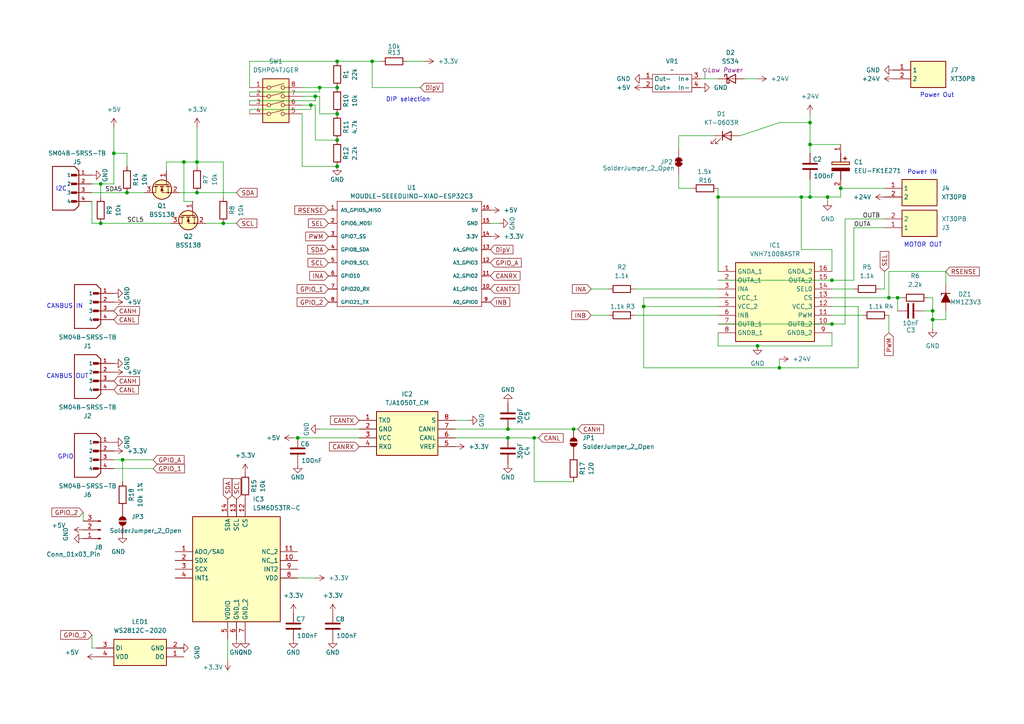
<source format=kicad_sch>
(kicad_sch (version 20231120) (generator "eeschema") (generator_version "8.0")
  (paper "A4")
  (lib_symbols
    (symbol "Connector:Conn_01x03_Pin" (pin_names (offset 1.016) hide)
      (property "Reference" "J" (at 0 5.08 0))
      (property "Value" "Conn_01x03_Pin" (at 0 -5.08 0))
      (symbol "Conn_01x03_Pin_1_1"
        (pin passive line (at 5.08 2.54 180) (length 3.81) (name "Pin_1") (number "1"))
        (pin passive line (at 5.08 0 180) (length 3.81) (name "Pin_2") (number "2"))
        (pin passive line (at 5.08 -2.54 180) (length 3.81) (name "Pin_3") (number "3"))
      )
    )
    (symbol "Device:C" (pin_numbers hide) (pin_names (offset 0.254))
      (property "Reference" "C" (at 0.635 2.54 0))
      (property "Value" "C" (at 0.635 -2.54 0))
      (symbol "C_1_1"
        (pin passive line (at 0 3.81 270) (length 2.794) (name "~") (number "1"))
        (pin passive line (at 0 -3.81 90) (length 2.794) (name "~") (number "2"))
      )
    )
    (symbol "Device:LED" (pin_numbers hide) (pin_names (offset 1.016) hide)
      (property "Reference" "D" (at 0 2.54 0))
      (property "Value" "LED" (at 0 -2.54 0))
      (symbol "LED_1_1"
        (pin passive line (at -3.81 0 0) (length 2.54) (name "K") (number "1"))
        (pin passive line (at 3.81 0 180) (length 2.54) (name "A") (number "2"))
      )
    )
    (symbol "Device:R" (pin_numbers hide) (pin_names (offset 0))
      (property "Reference" "R" (at 2.032 0 90))
      (property "Value" "R" (at 0 0 90))
      (symbol "R_1_1"
        (pin passive line (at 0 3.81 270) (length 1.27) (name "~") (number "1"))
        (pin passive line (at 0 -3.81 90) (length 1.27) (name "~") (number "2"))
      )
    )
    (symbol "Diode:1N5820" (pin_numbers hide) (pin_names (offset 1.016) hide)
      (property "Reference" "D" (at 0 2.54 0))
      (property "Value" "1N5820" (at 0 -2.54 0))
      (symbol "1N5820_1_1"
        (pin passive line (at -3.81 0 0) (length 2.54) (name "K") (number "1"))
        (pin passive line (at 3.81 0 180) (length 2.54) (name "A") (number "2"))
      )
    )
    (symbol "Jumper:SolderJumper_2_Bridged" (pin_numbers hide) (pin_names (offset 0) hide) (exclude_from_sim yes) (in_bom no)
      (property "Reference" "JP" (at 0 2.032 0))
      (property "Value" "SolderJumper_2_Bridged" (at 0 -2.54 0))
      (symbol "SolderJumper_2_Bridged_1_1"
        (pin passive line (at -3.81 0 0) (length 2.54) (name "A") (number "1"))
        (pin passive line (at 3.81 0 180) (length 2.54) (name "B") (number "2"))
      )
    )
    (symbol "Jumper:SolderJumper_2_Open" (pin_numbers hide) (pin_names (offset 0) hide) (exclude_from_sim yes) (in_bom no)
      (property "Reference" "JP" (at 0 2.032 0))
      (property "Value" "SolderJumper_2_Open" (at 0 -2.54 0))
      (symbol "SolderJumper_2_Open_1_1"
        (pin passive line (at -3.81 0 0) (length 2.54) (name "A") (number "1"))
        (pin passive line (at 3.81 0 180) (length 2.54) (name "B") (number "2"))
      )
    )
    (symbol "PCM_Diode_Zener_AKL:D_Zener_Generic" (pin_numbers hide) (pin_names (offset 1.016) hide)
      (property "Reference" "DZ" (at 0 7.62 0))
      (property "Value" "D_Zener_Generic" (at 0 5.08 0))
      (symbol "D_Zener_Generic_1_1"
        (pin passive line (at 3.81 0 180) (length 2.54) (name "K") (number "1"))
        (pin passive line (at -3.81 0 0) (length 2.54) (name "A") (number "2"))
      )
      (symbol "D_Zener_Generic_1_2"
        (pin passive line (at 2.54 2.54 180) (length 0) (name "K") (number "1"))
        (pin passive line (at -2.54 -2.54 0) (length 0) (name "A") (number "2"))
      )
    )
    (symbol "PCM_Transistor_MOSFET_AKL:BSS138" (pin_names hide)
      (property "Reference" "Q" (at 5.08 1.27 0))
      (property "Value" "BSS138" (at 5.08 -1.27 0))
      (symbol "BSS138_1_1"
        (pin input line (at -3.81 -1.27 0) (length 2.54) (name "G") (number "1"))
        (pin passive line (at 2.54 -5.08 90) (length 2.54) (name "S") (number "2"))
        (pin passive line (at 2.54 5.08 270) (length 2.54) (name "D") (number "3"))
      )
    )
    (symbol "Personal:Reg_Board"
      (property "Reference" "VR" (at 1.016 3.81 0))
      (symbol "Reg_Board_1_1"
        (pin input line (at -7.62 1.27 0) (length 2.54) (name "Out-") (number "1"))
        (pin input line (at -7.62 -1.27 0) (length 2.54) (name "Out+") (number "2"))
        (pin output line (at 8.89 1.27 180) (length 2.54) (name "In+") (number "3"))
        (pin output line (at 8.89 -1.27 180) (length 2.54) (name "In-") (number "4"))
      )
    )
    (symbol "SamacSys_Parts:B4B-XH-A_LF__SN_" (pin_names (offset 1.016))
      (property "Reference" "J" (at -2.54 6.35 0))
      (property "Value" "B4B-XH-A_LF__SN_" (at -2.54 -10.16 0))
      (symbol "B4B-XH-A_LF__SN__0_0"
        (pin passive line (at -7.62 2.54 0) (length 5.08) (name "1") (number "1"))
        (pin passive line (at -7.62 0 0) (length 5.08) (name "2") (number "2"))
        (pin passive line (at -7.62 -2.54 0) (length 5.08) (name "3") (number "3"))
        (pin passive line (at -7.62 -5.08 0) (length 5.08) (name "4") (number "4"))
      )
    )
    (symbol "SamacSys_Parts:EEU-FK1E271" (pin_names hide)
      (property "Reference" "C" (at 8.89 6.35 0))
      (property "Value" "EEU-FK1E271" (at 8.89 3.81 0))
      (symbol "EEU-FK1E271_1_1"
        (pin passive line (at 0 0 0) (length 2.54) (name "+") (number "1"))
        (pin passive line (at 12.7 0 180) (length 2.54) (name "-") (number "2"))
      )
    )
    (symbol "SamacSys_Parts:ESP32_C3_Super_mini" (pin_names (offset 1.016))
      (property "Reference" "U1" (at 0.254 -18.034 0))
      (property "Value" "ESP32_C3_Super_mini" (at 0.254 -20.574 0))
      (symbol "ESP32_C3_Super_mini_1_0"
        (pin bidirectional line (at -24.13 11.43 0) (length 2.54) (name "A5_GPIO5_MISO") (number "1"))
        (pin bidirectional line (at 22.86 -11.43 180) (length 2.54) (name "A1_GPIO1") (number "10"))
        (pin bidirectional line (at 22.86 -7.62 180) (length 2.54) (name "A2_GPIO2") (number "11"))
        (pin bidirectional line (at 22.86 -3.81 180) (length 2.54) (name "A3_GPIO3") (number "12"))
        (pin bidirectional line (at 22.86 0 180) (length 2.54) (name "A4_GPIO4") (number "13"))
        (pin bidirectional line (at 22.86 3.81 180) (length 2.54) (name "3.3V") (number "14"))
        (pin bidirectional line (at 22.86 7.62 180) (length 2.54) (name "GND") (number "15"))
        (pin bidirectional line (at 22.86 11.43 180) (length 2.54) (name "5V") (number "16"))
        (pin bidirectional line (at -24.13 7.62 0) (length 2.54) (name "GPIO6_MOSI") (number "2"))
        (pin bidirectional line (at -24.13 3.81 0) (length 2.54) (name "GPIO7_SS") (number "3"))
        (pin bidirectional line (at -24.13 0 0) (length 2.54) (name "GPIO8_SDA") (number "4"))
        (pin bidirectional line (at -24.13 -3.81 0) (length 2.54) (name "GPIO9_SCL") (number "5"))
        (pin bidirectional line (at -24.13 -7.62 0) (length 2.54) (name "GPIO10") (number "6"))
        (pin bidirectional line (at -24.13 -11.43 0) (length 2.54) (name "GPIO20_RX") (number "7"))
        (pin bidirectional line (at -24.13 -15.24 0) (length 2.54) (name "GPIO21_TX") (number "8"))
        (pin bidirectional line (at 22.86 -15.24 180) (length 2.54) (name "A0_GPIO0") (number "9"))
      )
    )
    (symbol "SamacSys_Parts:LSM6DS3TR-C"
      (property "Reference" "IC" (at 31.75 15.24 0))
      (property "Value" "LSM6DS3TR-C" (at 31.75 12.7 0))
      (symbol "LSM6DS3TR-C_1_1"
        (pin passive line (at 0 0 0) (length 5.08) (name "ADO/SA0") (number "1"))
        (pin passive line (at 35.56 -2.54 180) (length 5.08) (name "NC_1") (number "10"))
        (pin passive line (at 35.56 0 180) (length 5.08) (name "NC_2") (number "11"))
        (pin passive line (at 20.32 15.24 270) (length 5.08) (name "CS") (number "12"))
        (pin passive line (at 17.78 15.24 270) (length 5.08) (name "SCL") (number "13"))
        (pin passive line (at 15.24 15.24 270) (length 5.08) (name "SDA") (number "14"))
        (pin passive line (at 0 -2.54 0) (length 5.08) (name "SDX") (number "2"))
        (pin passive line (at 0 -5.08 0) (length 5.08) (name "SCX") (number "3"))
        (pin passive line (at 0 -7.62 0) (length 5.08) (name "INT1") (number "4"))
        (pin passive line (at 15.24 -25.4 90) (length 5.08) (name "VDDIO") (number "5"))
        (pin passive line (at 17.78 -25.4 90) (length 5.08) (name "GND_1") (number "6"))
        (pin passive line (at 20.32 -25.4 90) (length 5.08) (name "GND_2") (number "7"))
        (pin passive line (at 35.56 -7.62 180) (length 5.08) (name "VDD") (number "8"))
        (pin passive line (at 35.56 -5.08 180) (length 5.08) (name "INT2") (number "9"))
      )
    )
    (symbol "SamacSys_Parts:TJA1050T_CM"
      (property "Reference" "IC" (at 24.13 7.62 0))
      (property "Value" "TJA1050T_CM" (at 24.13 5.08 0))
      (symbol "TJA1050T_CM_1_1"
        (pin passive line (at 0 0 0) (length 5.08) (name "TXD") (number "1"))
        (pin passive line (at 0 -2.54 0) (length 5.08) (name "GND") (number "2"))
        (pin passive line (at 0 -5.08 0) (length 5.08) (name "VCC") (number "3"))
        (pin passive line (at 0 -7.62 0) (length 5.08) (name "RXD") (number "4"))
        (pin passive line (at 27.94 -7.62 180) (length 5.08) (name "VREF") (number "5"))
        (pin passive line (at 27.94 -5.08 180) (length 5.08) (name "CANL") (number "6"))
        (pin passive line (at 27.94 -2.54 180) (length 5.08) (name "CANH") (number "7"))
        (pin passive line (at 27.94 0 180) (length 5.08) (name "S") (number "8"))
      )
    )
    (symbol "SamacSys_Parts:VNH7100BASTR"
      (property "Reference" "IC" (at 29.21 7.62 0))
      (property "Value" "VNH7100BASTR" (at 29.21 5.08 0))
      (symbol "VNH7100BASTR_1_1"
        (pin passive line (at 0 0 0) (length 5.08) (name "GNDA_1") (number "1"))
        (pin passive line (at 33.02 -15.24 180) (length 5.08) (name "OUTB_2") (number "10"))
        (pin passive line (at 33.02 -12.7 180) (length 5.08) (name "PWM") (number "11"))
        (pin passive line (at 33.02 -10.16 180) (length 5.08) (name "VCC_3") (number "12"))
        (pin passive line (at 33.02 -7.62 180) (length 5.08) (name "CS") (number "13"))
        (pin passive line (at 33.02 -5.08 180) (length 5.08) (name "SEL0") (number "14"))
        (pin passive line (at 33.02 -2.54 180) (length 5.08) (name "OUTA_2") (number "15"))
        (pin passive line (at 33.02 0 180) (length 5.08) (name "GNDA_2") (number "16"))
        (pin passive line (at 0 -2.54 0) (length 5.08) (name "OUTA_1") (number "2"))
        (pin passive line (at 0 -5.08 0) (length 5.08) (name "INA") (number "3"))
        (pin passive line (at 0 -7.62 0) (length 5.08) (name "VCC_1") (number "4"))
        (pin passive line (at 0 -10.16 0) (length 5.08) (name "VCC_2") (number "5"))
        (pin passive line (at 0 -12.7 0) (length 5.08) (name "INB") (number "6"))
        (pin passive line (at 0 -15.24 0) (length 5.08) (name "OUTB_1") (number "7"))
        (pin passive line (at 0 -17.78 0) (length 5.08) (name "GNDB_1") (number "8"))
        (pin passive line (at 33.02 -17.78 180) (length 5.08) (name "GNDB_2") (number "9"))
      )
    )
    (symbol "SamacSys_Parts:WS2812C-2020"
      (property "Reference" "LED" (at 21.59 7.62 0))
      (property "Value" "WS2812C-2020" (at 21.59 5.08 0))
      (symbol "WS2812C-2020_1_1"
        (pin passive line (at 25.4 -2.54 180) (length 5.08) (name "DO") (number "1"))
        (pin passive line (at 25.4 0 180) (length 5.08) (name "GND") (number "2"))
        (pin passive line (at 0 0 0) (length 5.08) (name "DI") (number "3"))
        (pin passive line (at 0 -2.54 0) (length 5.08) (name "VDD") (number "4"))
      )
    )
    (symbol "SamacSys_Parts:XT30PB"
      (property "Reference" "J" (at 16.51 7.62 0))
      (property "Value" "XT30PB" (at 16.51 5.08 0))
      (symbol "XT30PB_1_1"
        (pin passive line (at 0 0 0) (length 5.08) (name "1") (number "1"))
        (pin passive line (at 0 -2.54 0) (length 5.08) (name "2") (number "2"))
      )
    )
    (symbol "Switch:SW_DIP_x04" (pin_names (offset 0) hide)
      (property "Reference" "SW" (at 0 8.89 0))
      (property "Value" "SW_DIP_x04" (at 0 -6.35 0))
      (symbol "SW_DIP_x04_1_1"
        (pin passive line (at -7.62 5.08 0) (length 5.08) (name "~") (number "1"))
        (pin passive line (at -7.62 2.54 0) (length 5.08) (name "~") (number "2"))
        (pin passive line (at -7.62 0 0) (length 5.08) (name "~") (number "3"))
        (pin passive line (at -7.62 -2.54 0) (length 5.08) (name "~") (number "4"))
        (pin passive line (at 7.62 -2.54 180) (length 5.08) (name "~") (number "5"))
        (pin passive line (at 7.62 0 180) (length 5.08) (name "~") (number "6"))
        (pin passive line (at 7.62 2.54 180) (length 5.08) (name "~") (number "7"))
        (pin passive line (at 7.62 5.08 180) (length 5.08) (name "~") (number "8"))
      )
    )
    (symbol "power:+24V" (power) (pin_names (offset 0))
      (property "Value" "+24V" (at 0 3.556 0))
      (symbol "+24V_1_1"
        (pin power_in line (at 0 0 90) (length 0) hide (name "+24V") (number "1"))
      )
    )
    (symbol "power:+3.3V" (power) (pin_numbers hide) (pin_names (offset 0) hide)
      (property "Value" "+3.3V" (at 0 3.556 0))
      (symbol "+3.3V_1_1"
        (pin power_in line (at 0 0 90) (length 0) (name "~") (number "1"))
      )
    )
    (symbol "power:+5V" (power) (pin_numbers hide) (pin_names (offset 0) hide)
      (property "Value" "+5V" (at 0 3.556 0))
      (symbol "+5V_1_1"
        (pin power_in line (at 0 0 90) (length 0) (name "~") (number "1"))
      )
    )
    (symbol "power:GND" (power) (pin_names (offset 0))
      (property "Value" "GND" (at 0 -3.81 0))
      (symbol "GND_1_1"
        (pin power_in line (at 0 0 270) (length 0) hide (name "GND") (number "1"))
      )
    )
  )
  (junction (at 154.94 127))
  (junction (at 270.51 90.17))
  (junction (at 208.28 57.15))
  (junction (at 29.21 64.77))
  (junction (at 234.95 57.15))
  (junction (at 219.71 100.33))
  (junction (at 226.06 106.68))
  (junction (at 57.15 55.88))
  (junction (at 64.77 64.77))
  (junction (at 53.34 46.99))
  (junction (at 97.79 25.4))
  (junction (at 97.79 33.02))
  (junction (at 90.17 30.48))
  (junction (at 241.3 81.28))
  (junction (at 243.84 54.61))
  (junction (at 35.56 133.35))
  (junction (at 147.32 127))
  (junction (at 232.41 57.15))
  (junction (at 97.79 17.78))
  (junction (at 260.35 86.36))
  (junction (at 270.51 92.71))
  (junction (at 33.02 44.45))
  (junction (at 86.36 127))
  (junction (at 166.37 124.46))
  (junction (at 97.79 48.26))
  (junction (at 29.21 53.34))
  (junction (at 240.03 57.15))
  (junction (at 147.32 124.46))
  (junction (at 234.95 35.56))
  (junction (at 92.71 25.4))
  (junction (at 91.44 27.94))
  (junction (at 36.83 55.88))
  (junction (at 234.95 41.91))
  (junction (at 257.81 86.36))
  (junction (at 57.15 46.99))
  (junction (at 186.69 88.9))
  (junction (at 107.95 17.78))
  (junction (at 241.3 93.98))
  (junction (at 97.79 40.64))
  (wire (pts (xy 241.3 88.9) (xy 248.92 88.9)))
  (wire (pts (xy 248.92 88.9) (xy 248.92 106.68)))
  (wire (pts (xy 91.44 167.64) (xy 86.36 167.64)))
  (wire (pts (xy 232.41 72.39) (xy 232.41 57.15)))
  (wire (pts (xy 241.3 91.44) (xy 250.19 91.44)))
  (wire (pts (xy 257.81 78.74) (xy 257.81 86.36)))
  (wire (pts (xy 243.84 54.61) (xy 243.84 57.15)))
  (wire (pts (xy 44.45 135.89) (xy 33.02 135.89)))
  (wire (pts (xy 226.06 104.14) (xy 226.06 106.68)))
  (wire (pts (xy 33.02 53.34) (xy 29.21 53.34)))
  (wire (pts (xy 91.44 27.94) (xy 92.71 27.94)))
  (wire (pts (xy 256.54 54.61) (xy 243.84 54.61)))
  (wire (pts (xy 36.83 44.45) (xy 33.02 44.45)))
  (wire (pts (xy 72.39 17.78) (xy 97.79 17.78)))
  (wire (pts (xy 57.15 36.83) (xy 57.15 46.99)))
  (wire (pts (xy 257.81 86.36) (xy 260.35 86.36)))
  (wire (pts (xy 53.34 58.42) (xy 55.88 58.42)))
  (wire (pts (xy 186.69 88.9) (xy 186.69 106.68)))
  (wire (pts (xy 24.13 148.59) (xy 24.13 151.13)))
  (wire (pts (xy 147.32 124.46) (xy 132.08 124.46)))
  (wire (pts (xy 68.58 64.77) (xy 64.77 64.77)))
  (wire (pts (xy 234.95 41.91) (xy 243.84 41.91)))
  (wire (pts (xy 33.02 44.45) (xy 33.02 53.34)))
  (wire (pts (xy 245.11 63.5) (xy 256.54 63.5)))
  (wire (pts (xy 118.11 17.78) (xy 123.19 17.78)))
  (wire (pts (xy 91.44 40.64) (xy 97.79 40.64)))
  (wire (pts (xy 256.54 78.74) (xy 256.54 83.82)))
  (wire (pts (xy 186.69 106.68) (xy 226.06 106.68)))
  (wire (pts (xy 154.94 139.7) (xy 154.94 127)))
  (wire (pts (xy 247.65 66.04) (xy 247.65 81.28)))
  (wire (pts (xy 72.39 30.48) (xy 72.39 29.21)))
  (wire (pts (xy 234.95 33.02) (xy 234.95 35.56)))
  (wire (pts (xy 53.34 187.96) (xy 52.07 187.96)))
  (wire (pts (xy 184.15 83.82) (xy 208.28 83.82)))
  (wire (pts (xy 256.54 83.82) (xy 255.27 83.82)))
  (wire (pts (xy 92.71 27.94) (xy 92.71 33.02)))
  (wire (pts (xy 247.65 66.04) (xy 256.54 66.04)))
  (wire (pts (xy 241.3 72.39) (xy 232.41 72.39)))
  (wire (pts (xy 241.3 93.98) (xy 245.11 93.98)))
  (wire (pts (xy 214.63 39.37) (xy 226.06 35.56)))
  (wire (pts (xy 35.56 133.35) (xy 35.56 139.7)))
  (wire (pts (xy 261.62 86.36) (xy 260.35 86.36)))
  (wire (pts (xy 208.28 22.86) (xy 203.2 22.86)))
  (wire (pts (xy 107.95 17.78) (xy 107.95 25.4)))
  (wire (pts (xy 72.39 33.02) (xy 72.39 31.75)))
  (wire (pts (xy 59.69 64.77) (xy 64.77 64.77)))
  (wire (pts (xy 226.06 35.56) (xy 234.95 35.56)))
  (wire (pts (xy 66.04 191.77) (xy 66.04 185.42)))
  (wire (pts (xy 72.39 31.75) (xy 90.17 31.75)))
  (wire (pts (xy 53.34 46.99) (xy 57.15 46.99)))
  (wire (pts (xy 26.67 187.96) (xy 27.94 187.96)))
  (wire (pts (xy 29.21 53.34) (xy 29.21 57.15)))
  (wire (pts (xy 186.69 86.36) (xy 186.69 88.9)))
  (wire (pts (xy 257.81 91.44) (xy 257.81 96.52)))
  (wire (pts (xy 234.95 57.15) (xy 240.03 57.15)))
  (wire (pts (xy 90.17 30.48) (xy 91.44 30.48)))
  (wire (pts (xy 232.41 57.15) (xy 234.95 57.15)))
  (wire (pts (xy 270.51 86.36) (xy 270.51 90.17)))
  (wire (pts (xy 200.66 54.61) (xy 196.85 54.61)))
  (wire (pts (xy 72.39 26.67) (xy 92.71 26.67)))
  (wire (pts (xy 269.24 86.36) (xy 270.51 86.36)))
  (wire (pts (xy 87.63 25.4) (xy 92.71 25.4)))
  (wire (pts (xy 208.28 78.74) (xy 208.28 57.15)))
  (wire (pts (xy 208.28 100.33) (xy 219.71 100.33)))
  (wire (pts (xy 184.15 91.44) (xy 208.28 91.44)))
  (wire (pts (xy 26.67 55.88) (xy 36.83 55.88)))
  (wire (pts (xy 97.79 17.78) (xy 107.95 17.78)))
  (wire (pts (xy 208.28 93.98) (xy 241.3 93.98)))
  (wire (pts (xy 234.95 35.56) (xy 234.95 41.91)))
  (wire (pts (xy 267.97 90.17) (xy 270.51 90.17)))
  (wire (pts (xy 48.26 46.99) (xy 53.34 46.99)))
  (wire (pts (xy 167.64 124.46) (xy 166.37 124.46)))
  (wire (pts (xy 57.15 55.88) (xy 52.07 55.88)))
  (wire (pts (xy 26.67 64.77) (xy 26.67 58.42)))
  (wire (pts (xy 57.15 46.99) (xy 57.15 48.26)))
  (wire (pts (xy 166.37 124.46) (xy 147.32 124.46)))
  (wire (pts (xy 87.63 48.26) (xy 97.79 48.26)))
  (wire (pts (xy 36.83 48.26) (xy 36.83 44.45)))
  (wire (pts (xy 274.32 92.71) (xy 274.32 90.17)))
  (wire (pts (xy 68.58 55.88) (xy 57.15 55.88)))
  (wire (pts (xy 87.63 30.48) (xy 90.17 30.48)))
  (wire (pts (xy 260.35 90.17) (xy 260.35 86.36)))
  (wire (pts (xy 92.71 26.67) (xy 92.71 25.4)))
  (wire (pts (xy 29.21 64.77) (xy 26.67 64.77)))
  (wire (pts (xy 92.71 33.02) (xy 97.79 33.02)))
  (wire (pts (xy 26.67 184.15) (xy 26.67 187.96)))
  (wire (pts (xy 241.3 86.36) (xy 257.81 86.36)))
  (wire (pts (xy 92.71 124.46) (xy 104.14 124.46)))
  (wire (pts (xy 274.32 78.74) (xy 274.32 82.55)))
  (wire (pts (xy 92.71 25.4) (xy 97.79 25.4)))
  (wire (pts (xy 90.17 31.75) (xy 90.17 30.48)))
  (wire (pts (xy 156.21 127) (xy 154.94 127)))
  (wire (pts (xy 241.3 78.74) (xy 241.3 72.39)))
  (wire (pts (xy 91.44 29.21) (xy 91.44 27.94)))
  (wire (pts (xy 107.95 25.4) (xy 121.92 25.4)))
  (wire (pts (xy 87.63 33.02) (xy 87.63 48.26)))
  (wire (pts (xy 196.85 54.61) (xy 196.85 50.8)))
  (wire (pts (xy 208.28 57.15) (xy 232.41 57.15)))
  (wire (pts (xy 91.44 30.48) (xy 91.44 40.64)))
  (wire (pts (xy 49.53 64.77) (xy 29.21 64.77)))
  (wire (pts (xy 64.77 46.99) (xy 57.15 46.99)))
  (wire (pts (xy 154.94 127) (xy 147.32 127)))
  (wire (pts (xy 72.39 27.94) (xy 72.39 26.67)))
  (wire (pts (xy 147.32 127) (xy 132.08 127)))
  (wire (pts (xy 270.51 90.17) (xy 270.51 92.71)))
  (wire (pts (xy 35.56 133.35) (xy 33.02 133.35)))
  (wire (pts (xy 186.69 88.9) (xy 208.28 88.9)))
  (wire (pts (xy 196.85 39.37) (xy 196.85 43.18)))
  (wire (pts (xy 240.03 57.15) (xy 240.03 58.42)))
  (wire (pts (xy 208.28 54.61) (xy 208.28 57.15)))
  (wire (pts (xy 35.56 133.35) (xy 44.45 133.35)))
  (wire (pts (xy 85.09 127) (xy 86.36 127)))
  (wire (pts (xy 166.37 139.7) (xy 154.94 139.7)))
  (wire (pts (xy 48.26 49.53) (xy 48.26 46.99)))
  (wire (pts (xy 270.51 92.71) (xy 274.32 92.71)))
  (wire (pts (xy 87.63 27.94) (xy 91.44 27.94)))
  (wire (pts (xy 241.3 83.82) (xy 247.65 83.82)))
  (wire (pts (xy 86.36 127) (xy 104.14 127)))
  (wire (pts (xy 53.34 46.99) (xy 53.34 58.42)))
  (wire (pts (xy 219.71 100.33) (xy 241.3 100.33)))
  (wire (pts (xy 234.95 52.07) (xy 234.95 57.15)))
  (wire (pts (xy 245.11 63.5) (xy 245.11 93.98)))
  (wire (pts (xy 243.84 57.15) (xy 240.03 57.15)))
  (wire (pts (xy 132.08 121.92) (xy 135.89 121.92)))
  (wire (pts (xy 36.83 55.88) (xy 41.91 55.88)))
  (wire (pts (xy 208.28 96.52) (xy 208.28 100.33)))
  (wire (pts (xy 226.06 106.68) (xy 248.92 106.68)))
  (wire (pts (xy 144.78 64.77) (xy 142.24 64.77)))
  (wire (pts (xy 72.39 29.21) (xy 91.44 29.21)))
  (wire (pts (xy 208.28 86.36) (xy 186.69 86.36)))
  (wire (pts (xy 72.39 25.4) (xy 72.39 17.78)))
  (wire (pts (xy 241.3 96.52) (xy 241.3 100.33)))
  (wire (pts (xy 219.71 22.86) (xy 215.9 22.86)))
  (wire (pts (xy 29.21 53.34) (xy 26.67 53.34)))
  (wire (pts (xy 234.95 41.91) (xy 234.95 44.45)))
  (wire (pts (xy 33.02 36.83) (xy 33.02 44.45)))
  (wire (pts (xy 208.28 81.28) (xy 241.3 81.28)))
  (wire (pts (xy 247.65 81.28) (xy 241.3 81.28)))
  (wire (pts (xy 171.45 83.82) (xy 176.53 83.82)))
  (wire (pts (xy 107.95 17.78) (xy 110.49 17.78)))
  (wire (pts (xy 196.85 39.37) (xy 207.01 39.37)))
  (wire (pts (xy 270.51 92.71) (xy 270.51 95.25)))
  (wire (pts (xy 64.77 57.15) (xy 64.77 46.99)))
  (wire (pts (xy 171.45 91.44) (xy 176.53 91.44)))
  (wire (pts (xy 257.81 78.74) (xy 274.32 78.74)))
  (text "CANBUS OUT" (at 19.558 109.22 0) (effects (font (size 1.27 1.27))))
  (text "GPIO\n" (at 19.05 132.588 0) (effects (font (size 1.27 1.27))))
  (text "Power Out" (at 271.78 27.686 0) (effects (font (size 1.27 1.27))))
  (text "MOTOR OUT\n" (at 267.716 71.12 0) (effects (font (size 1.27 1.27))))
  (text "CANBUS IN" (at 18.796 88.9 0) (effects (font (size 1.27 1.27))))
  (text "Power IN\n" (at 267.462 50.038 0) (effects (font (size 1.27 1.27))))
  (text "DIP selection" (at 118.364 28.956 0) (effects (font (size 1.27 1.27))))
  (text "I2C" (at 17.78 54.864 0) (effects (font (size 1.27 1.27))))
  (label "SDA5" (at 30.48 55.88 0))
  (label "OUTA" (at 247.65 66.04 0))
  (label "OUTB" (at 250.19 63.5 0))
  (label "SCL5" (at 36.83 64.77 0))
  (global_label "CANTX" (shape input) (at 104.14 121.92 180) (property "Intersheetrefs" "${INTERSHEET_REFS}" (effects (hide yes))))
  (global_label "SDA" (shape input) (at 66.04 144.78 90) (property "Intersheetrefs" "${INTERSHEET_REFS}" (effects (hide yes))))
  (global_label "GPIO_A" (shape input) (at 142.24 76.2 0) (property "Intersheetrefs" "${INTERSHEET_REFS}" (effects (hide yes))))
  (global_label "GPIO_A" (shape input) (at 44.45 133.35 0) (property "Intersheetrefs" "${INTERSHEET_REFS}" (effects (hide yes))))
  (global_label "CANRX" (shape input) (at 104.14 129.54 180) (property "Intersheetrefs" "${INTERSHEET_REFS}" (effects (hide yes))))
  (global_label "CANH" (shape input) (at 33.02 110.49 0) (property "Intersheetrefs" "${INTERSHEET_REFS}" (effects (hide yes))))
  (global_label "SEL" (shape input) (at 256.54 78.74 90) (property "Intersheetrefs" "${INTERSHEET_REFS}" (effects (hide yes))))
  (global_label "GPIO_1" (shape input) (at 95.25 83.82 180) (property "Intersheetrefs" "${INTERSHEET_REFS}" (effects (hide yes))))
  (global_label "INA" (shape input) (at 171.45 83.82 180) (property "Intersheetrefs" "${INTERSHEET_REFS}" (effects (hide yes))))
  (global_label "GPIO_2" (shape input) (at 24.13 148.59 180) (property "Intersheetrefs" "${INTERSHEET_REFS}" (effects (hide yes))))
  (global_label "INB" (shape input) (at 171.45 91.44 180) (property "Intersheetrefs" "${INTERSHEET_REFS}" (effects (hide yes))))
  (global_label "DipV" (shape input) (at 121.92 25.4 0) (property "Intersheetrefs" "${INTERSHEET_REFS}" (effects (hide yes))))
  (global_label "CANL" (shape input) (at 156.21 127 0) (property "Intersheetrefs" "${INTERSHEET_REFS}" (effects (hide yes))))
  (global_label "SCL" (shape input) (at 68.58 64.77 0) (property "Intersheetrefs" "${INTERSHEET_REFS}" (effects (hide yes))))
  (global_label "CANRX" (shape input) (at 142.24 80.01 0) (property "Intersheetrefs" "${INTERSHEET_REFS}" (effects (hide yes))))
  (global_label "CANH" (shape input) (at 33.02 90.17 0) (property "Intersheetrefs" "${INTERSHEET_REFS}" (effects (hide yes))))
  (global_label "SEL" (shape input) (at 95.25 64.77 180) (property "Intersheetrefs" "${INTERSHEET_REFS}" (effects (hide yes))))
  (global_label "CANL" (shape input) (at 33.02 113.03 0) (property "Intersheetrefs" "${INTERSHEET_REFS}" (effects (hide yes))))
  (global_label "CANH" (shape input) (at 167.64 124.46 0) (property "Intersheetrefs" "${INTERSHEET_REFS}" (effects (hide yes))))
  (global_label "PWM" (shape input) (at 257.81 96.52 270) (property "Intersheetrefs" "${INTERSHEET_REFS}" (effects (hide yes))))
  (global_label "GPIO_2" (shape input) (at 95.25 87.63 180) (property "Intersheetrefs" "${INTERSHEET_REFS}" (effects (hide yes))))
  (global_label "RSENSE" (shape input) (at 274.32 78.74 0) (property "Intersheetrefs" "${INTERSHEET_REFS}" (effects (hide yes))))
  (global_label "INB" (shape input) (at 142.24 87.63 0) (property "Intersheetrefs" "${INTERSHEET_REFS}" (effects (hide yes))))
  (global_label "GPIO_1" (shape input) (at 44.45 135.89 0) (property "Intersheetrefs" "${INTERSHEET_REFS}" (effects (hide yes))))
  (global_label "INA" (shape input) (at 95.25 80.01 180) (property "Intersheetrefs" "${INTERSHEET_REFS}" (effects (hide yes))))
  (global_label "RSENSE" (shape input) (at 95.25 60.96 180) (property "Intersheetrefs" "${INTERSHEET_REFS}" (effects (hide yes))))
  (global_label "CANL" (shape input) (at 33.02 92.71 0) (property "Intersheetrefs" "${INTERSHEET_REFS}" (effects (hide yes))))
  (global_label "SDA" (shape input) (at 95.25 72.39 180) (property "Intersheetrefs" "${INTERSHEET_REFS}" (effects (hide yes))))
  (global_label "DipV" (shape input) (at 142.24 72.39 0) (property "Intersheetrefs" "${INTERSHEET_REFS}" (effects (hide yes))))
  (global_label "SCL" (shape input) (at 68.58 144.78 90) (property "Intersheetrefs" "${INTERSHEET_REFS}" (effects (hide yes))))
  (global_label "SCL" (shape input) (at 95.25 76.2 180) (property "Intersheetrefs" "${INTERSHEET_REFS}" (effects (hide yes))))
  (global_label "PWM" (shape input) (at 95.25 68.58 180) (property "Intersheetrefs" "${INTERSHEET_REFS}" (effects (hide yes))))
  (global_label "SDA" (shape input) (at 68.58 55.88 0) (property "Intersheetrefs" "${INTERSHEET_REFS}" (effects (hide yes))))
  (global_label "GPIO_2" (shape input) (at 26.67 184.15 180) (property "Intersheetrefs" "${INTERSHEET_REFS}" (effects (hide yes))))
  (global_label "CANTX" (shape input) (at 142.24 83.82 0) (property "Intersheetrefs" "${INTERSHEET_REFS}" (effects (hide yes))))
  (netclass_flag "" (length 2.54) (shape round) (at 204.47 22.86 0) (property "Netclass" "Low Power" (at 205.1685 20.32 0) (effects (font (italic yes)) (justify left))))
  (symbol (lib_id "Connector:Conn_01x03_Pin") (at 29.21 153.67 180) (unit 1)
    (property "Reference" "J8" (at 28.575 158.75 0))
    (property "Value" "Conn_01x03_Pin" (at 21.336 160.782 0))
    (property "Footprint" "Connector_PinHeader_2.54mm:PinHeader_1x03_P2.54mm_Vertical" (effects (hide yes)))
    (property "Description" "Generic connector, single row, 01x03, script generated" (effects (hide yes)))
  )
  (symbol (lib_id "Device:R") (at 254 91.44 90) (unit 1)
    (property "Reference" "R4" (at 257.81 88.9 90))
    (property "Value" "1.1k" (at 254 88.9 90))
    (property "Footprint" "Resistor_SMD:R_0402_1005Metric" (effects (hide yes)))
  )
  (symbol (lib_id "Device:R") (at 35.56 143.51 180) (unit 1)
    (property "Reference" "R18" (at 38.1 143.51 90))
    (property "Value" "10k 1%" (at 40.64 143.51 90))
    (property "Footprint" "Resistor_SMD:R_0402_1005Metric" (effects (hide yes)))
  )
  (symbol (lib_id "power:GND") (at 71.12 185.42 0) (unit 1)
    (property "Reference" "#PWR036" (effects (hide yes)))
    (property "Value" "GND" (at 71.12 189.23 0))
  )
  (symbol (lib_id "power:GND") (at 240.03 58.42 0) (unit 1)
    (property "Reference" "#PWR011" (effects (hide yes)))
    (property "Value" "GND" (at 240.03 63.5 0))
  )
  (symbol (lib_id "power:+5V") (at 85.09 127 90) (unit 1)
    (property "Reference" "#PWR015" (effects (hide yes)))
    (property "Value" "+5V" (at 81.28 126.9999 90) (effects (justify left)))
    (property "Description" "Power symbol creates a global label with name \"+5V\"" (effects (hide yes)))
  )
  (symbol (lib_id "power:GND") (at 85.09 185.42 0) (unit 1)
    (property "Reference" "#PWR041" (effects (hide yes)))
    (property "Value" "GND" (at 85.09 189.23 0))
  )
  (symbol (lib_id "SamacSys_Parts:XT30PB") (at 259.08 20.32 0) (unit 1) (in_bom no)
    (property "Reference" "J7" (at 275.59 20.3199 0) (effects (justify left)))
    (property "Value" "XT30PB" (at 275.59 22.8599 0) (effects (justify left)))
    (property "Footprint" "JST_Sorted:XT30PB" (effects (hide yes)))
    (property "Datasheet" "https://www.tme.eu/Document/4acc913878197f8c2e30d4b8cdc47230/XT30UPB%20SPEC.pdf" (effects (hide yes)))
    (property "Description" "Mini XT60 XT30 Connector for RC Multirotor Racing Drone Quadcopter" (effects (hide yes)))
    (property "Height" "10.7" (effects (hide yes)))
    (property "Manufacturer_Name" "Amass" (effects (hide yes)))
    (property "Manufacturer_Part_Number" "XT30PB" (effects (hide yes)))
  )
  (symbol (lib_id "Device:R") (at 29.21 60.96 180) (unit 1)
    (property "Reference" "R9" (at 31.75 60.96 90))
    (property "Value" "10k" (at 34.29 60.96 90))
    (property "Footprint" "Resistor_SMD:R_0402_1005Metric" (effects (hide yes)))
  )
  (symbol (lib_id "power:GND") (at 33.02 85.09 90) (unit 1)
    (property "Reference" "#PWR02" (effects (hide yes)))
    (property "Value" "GND" (at 36.83 85.09 0))
  )
  (symbol (lib_id "SamacSys_Parts:VNH7100BASTR") (at 208.28 78.74 0) (unit 1)
    (property "Reference" "IC1" (at 224.79 71.12 0))
    (property "Value" "VNH7100BASTR" (at 224.79 73.66 0))
    (property "Footprint" "SamacSys_Parts:SOIC127P600X175-16N" (effects (hide yes)))
    (property "Datasheet" "https://www.st.com/resource/en/datasheet/dm00314832.pdf" (effects (hide yes)))
    (property "Height" "1.75" (effects (hide yes)))
    (property "Manufacturer_Name" "STMicroelectronics" (effects (hide yes)))
    (property "Manufacturer_Part_Number" "VNH7100BASTR" (effects (hide yes)))
    (property "Mouser Part Number" "511-VNH7100BASTR" (effects (hide yes)))
    (property "Mouser Price/Stock" "https://www.mouser.co.uk/ProductDetail/STMicroelectronics/VNH7100BASTR?qs=5aG0NVq1C4zGSYti1WIHtQ%3D%3D" (effects (hide yes)))
    (property "Arrow Part Number" "VNH7100BASTR" (effects (hide yes)))
    (property "Arrow Price/Stock" "https://www.arrow.com/en/products/vnh7100bastr/stmicroelectronics?region=nac" (effects (hide yes)))
  )
  (symbol (lib_id "Device:R") (at 166.37 135.89 180) (unit 1)
    (property "Reference" "R17" (at 168.91 135.89 90))
    (property "Value" "120" (at 171.45 135.89 90))
    (property "Footprint" "Resistor_SMD:R_0402_1005Metric" (effects (hide yes)))
  )
  (symbol (lib_id "Device:C") (at 86.36 130.81 0) (unit 1)
    (property "Reference" "C6" (at 87.122 128.778 0) (effects (justify left)))
    (property "Value" "100nF" (at 87.376 133.604 0) (effects (justify left)))
    (property "Footprint" "Capacitor_SMD:C_0402_1005Metric" (effects (hide yes)))
    (property "Description" "Unpolarized capacitor" (effects (hide yes)))
  )
  (symbol (lib_id "Device:R") (at 97.79 21.59 180) (unit 1)
    (property "Reference" "R1" (at 100.33 21.59 90))
    (property "Value" "22k" (at 102.87 21.59 90))
    (property "Footprint" "Resistor_SMD:R_0402_1005Metric" (effects (hide yes)))
  )
  (symbol (lib_id "Device:R") (at 114.3 17.78 270) (unit 1)
    (property "Reference" "R13" (at 114.3 15.24 90))
    (property "Value" "10k" (at 114.3 13.462 90))
    (property "Footprint" "Resistor_SMD:R_0402_1005Metric" (effects (hide yes)))
  )
  (symbol (lib_id "power:GND") (at 24.13 156.21 270) (unit 1)
    (property "Reference" "#PWR031" (effects (hide yes)))
    (property "Value" "GND" (at 19.05 154.94 0))
  )
  (symbol (lib_id "SamacSys_Parts:B4B-XH-A_LF__SN_") (at 19.05 53.34 0) (mirror y) (unit 1)
    (property "Reference" "J5" (at 22.352 46.99 0))
    (property "Value" "SM04B-SRSS-TB" (at 22.352 44.45 0))
    (property "Footprint" "Connector_JST:JST_SH_SM04B-SRSS-TB_1x04-1MP_P1.00mm_Horizontal" (effects (hide yes)))
    (property "Description" "JST 4 Pin" (effects (hide yes)))
  )
  (symbol (lib_id "power:GND") (at 135.89 121.92 90) (unit 1)
    (property "Reference" "#PWR019" (effects (hide yes)))
    (property "Value" "GND" (at 139.7 121.92 0))
  )
  (symbol (lib_id "power:+24V") (at 256.54 57.15 90) (unit 1)
    (property "Reference" "#PWR010" (effects (hide yes)))
    (property "Value" "+24V" (at 252.73 57.15 90) (effects (justify left)))
  )
  (symbol (lib_id "power:GND") (at 26.67 50.8 90) (unit 1)
    (property "Reference" "#PWR05" (effects (hide yes)))
    (property "Value" "GND" (at 30.48 50.8 0))
  )
  (symbol (lib_id "power:+24V") (at 234.95 33.02 0) (unit 1)
    (property "Reference" "#PWR021" (effects (hide yes)))
    (property "Value" "+24V" (at 234.95 27.94 0))
  )
  (symbol (lib_id "power:GND") (at 96.52 185.42 0) (unit 1)
    (property "Reference" "#PWR044" (effects (hide yes)))
    (property "Value" "GND" (at 96.52 189.23 0))
  )
  (symbol (lib_id "power:+3.3V") (at 66.04 191.77 180) (unit 1)
    (property "Reference" "#PWR039" (effects (hide yes)))
    (property "Value" "+3.3V" (at 61.722 193.548 0))
    (property "Description" "Power symbol creates a global label with name \"+3.3V\"" (effects (hide yes)))
  )
  (symbol (lib_id "power:+24V") (at 226.06 104.14 270) (unit 1)
    (property "Reference" "#PWR03" (effects (hide yes)))
    (property "Value" "+24V" (at 229.87 104.14 90) (effects (justify left)))
  )
  (symbol (lib_id "power:+24V") (at 219.71 22.86 270) (unit 1)
    (property "Reference" "#PWR033" (effects (hide yes)))
    (property "Value" "+24V" (at 223.52 22.86 90) (effects (justify left)))
  )
  (symbol (lib_id "Device:C") (at 264.16 90.17 90) (unit 1)
    (property "Reference" "C3" (at 264.16 95.758 90))
    (property "Value" "10nF" (at 264.16 93.726 90))
    (property "Footprint" "Capacitor_SMD:C_0402_1005Metric" (effects (hide yes)))
    (property "Description" "Unpolarized capacitor" (effects (hide yes)))
  )
  (symbol (lib_id "power:GND") (at 219.71 100.33 0) (unit 1)
    (property "Reference" "#PWR012" (effects (hide yes)))
    (property "Value" "GND" (at 219.71 105.41 0))
  )
  (symbol (lib_id "power:GND") (at 144.78 64.77 90) (unit 1)
    (property "Reference" "#PWR09" (effects (hide yes)))
    (property "Value" "GND" (at 148.59 64.77 0))
  )
  (symbol (lib_id "power:+3.3V") (at 91.44 167.64 270) (unit 1)
    (property "Reference" "#PWR038" (effects (hide yes)))
    (property "Value" "+3.3V" (at 95.25 167.6399 90) (effects (justify left)))
    (property "Description" "Power symbol creates a global label with name \"+3.3V\"" (effects (hide yes)))
  )
  (symbol (lib_id "power:+5V") (at 186.69 25.4 90) (unit 1)
    (property "Reference" "#PWR035" (effects (hide yes)))
    (property "Value" "+5V" (at 182.88 25.3999 90) (effects (justify left)))
    (property "Description" "Power symbol creates a global label with name \"+5V\"" (effects (hide yes)))
  )
  (symbol (lib_id "power:GND") (at 97.79 48.26 0) (unit 1)
    (property "Reference" "#PWR08" (effects (hide yes)))
    (property "Value" "GND" (at 97.79 52.07 0))
  )
  (symbol (lib_id "power:+5V") (at 24.13 153.67 90) (unit 1)
    (property "Reference" "#PWR030" (effects (hide yes)))
    (property "Value" "+5V" (at 19.05 152.4001 90) (effects (justify left)))
    (property "Description" "Power symbol creates a global label with name \"+5V\"" (effects (hide yes)))
  )
  (symbol (lib_id "power:+5V") (at 33.02 36.83 0) (unit 1)
    (property "Reference" "#PWR01" (effects (hide yes)))
    (property "Value" "+5V" (at 33.02 31.75 0))
    (property "Description" "Power symbol creates a global label with name \"+5V\"" (effects (hide yes)))
  )
  (symbol (lib_id "power:+3.3V") (at 142.24 68.58 270) (unit 1)
    (property "Reference" "#PWR04" (effects (hide yes)))
    (property "Value" "+3.3V" (at 146.05 68.5799 90) (effects (justify left)))
    (property "Description" "Power symbol creates a global label with name \"+3.3V\"" (effects (hide yes)))
  )
  (symbol (lib_id "power:+3.3V") (at 85.09 177.8 0) (unit 1)
    (property "Reference" "#PWR040" (effects (hide yes)))
    (property "Value" "+3.3V" (at 85.09 172.72 0))
    (property "Description" "Power symbol creates a global label with name \"+3.3V\"" (effects (hide yes)))
  )
  (symbol (lib_id "Switch:SW_DIP_x04") (at 80.01 30.48 0) (unit 1)
    (property "Reference" "SW1" (at 80.01 17.78 0))
    (property "Value" "DSHP04TJGER" (at 80.01 20.32 0))
    (property "Footprint" "Button_Switch_SMD:SW_DIP_SPSTx04_Slide_Copal_CHS-04A_W5.08mm_P1.27mm_JPin" (effects (hide yes)))
    (property "Description" "4x DIP Switch, Single Pole Single Throw (SPST) switch, small symbol" (effects (hide yes)))
  )
  (symbol (lib_id "Jumper:SolderJumper_2_Bridged") (at 196.85 46.99 90) (unit 1) (exclude_from_sim yes) (in_bom no)
    (property "Reference" "JP2" (at 191.516 46.99 90) (effects (justify right)))
    (property "Value" "SolderJumper_2_Open" (at 174.752 48.768 90) (effects (justify right)))
    (property "Footprint" "CutomParts:Jumper Connected 2 Pin Small" (effects (hide yes)))
    (property "Description" "Solder Jumper, 2-pole, closed/bridged" (effects (hide yes)))
  )
  (symbol (lib_id "Device:C") (at 147.32 120.65 180) (unit 1)
    (property "Reference" "C5" (at 152.908 120.65 90))
    (property "Value" "30pF" (at 150.876 120.65 90))
    (property "Footprint" "Capacitor_SMD:C_0402_1005Metric" (effects (hide yes)))
    (property "Description" "Unpolarized capacitor" (effects (hide yes)))
  )
  (symbol (lib_id "Device:R") (at 71.12 140.97 180) (unit 1)
    (property "Reference" "R15" (at 73.66 140.97 90))
    (property "Value" "10k" (at 76.2 140.97 90))
    (property "Footprint" "Resistor_SMD:R_0402_1005Metric" (effects (hide yes)))
  )
  (symbol (lib_id "Device:R") (at 97.79 29.21 180) (unit 1)
    (property "Reference" "R10" (at 100.33 29.21 90))
    (property "Value" "10k" (at 102.87 29.21 90))
    (property "Footprint" "Resistor_SMD:R_0402_1005Metric" (effects (hide yes)))
  )
  (symbol (lib_id "power:+5V") (at 33.02 107.95 270) (unit 1)
    (property "Reference" "#PWR022" (effects (hide yes)))
    (property "Value" "+5V" (at 36.83 107.9499 90) (effects (justify left)))
    (property "Description" "Power symbol creates a global label with name \"+5V\"" (effects (hide yes)))
  )
  (symbol (lib_id "power:+3.3V") (at 96.52 177.8 0) (unit 1)
    (property "Reference" "#PWR043" (effects (hide yes)))
    (property "Value" "+3.3V" (at 96.52 172.72 0))
    (property "Description" "Power symbol creates a global label with name \"+3.3V\"" (effects (hide yes)))
  )
  (symbol (lib_id "Device:R") (at 204.47 54.61 270) (unit 1)
    (property "Reference" "R16" (at 206.502 52.324 90) (effects (justify right)))
    (property "Value" "1.5k" (at 206.502 49.784 90) (effects (justify right)))
    (property "Footprint" "Resistor_SMD:R_0402_1005Metric" (effects (hide yes)))
  )
  (symbol (lib_id "Personal:Reg_Board") (at 194.31 24.13 0) (unit 1) (in_bom no)
    (property "Reference" "VR1" (at 194.945 17.78 0))
    (property "Value" "~" (at 194.945 20.32 0))
    (property "Footprint" "Library:EY9 reg board" (effects (hide yes)))
  )
  (symbol (lib_id "power:+5V") (at 27.94 190.5 90) (unit 1)
    (property "Reference" "#PWR045" (effects (hide yes)))
    (property "Value" "+5V" (at 22.86 189.2301 90) (effects (justify left)))
    (property "Description" "Power symbol creates a global label with name \"+5V\"" (effects (hide yes)))
  )
  (symbol (lib_id "SamacSys_Parts:XT30PB") (at 256.54 54.61 0) (unit 1) (in_bom no)
    (property "Reference" "J4" (at 273.05 54.6099 0) (effects (justify left)))
    (property "Value" "XT30PB" (at 273.05 57.1499 0) (effects (justify left)))
    (property "Footprint" "Library:Xt30 Horizontal" (effects (hide yes)))
    (property "Datasheet" "https://www.tme.eu/Document/4acc913878197f8c2e30d4b8cdc47230/XT30UPB%20SPEC.pdf" (effects (hide yes)))
    (property "Description" "Mini XT60 XT30 Connector for RC Multirotor Racing Drone Quadcopter" (effects (hide yes)))
    (property "Height" "10.7" (effects (hide yes)))
    (property "Manufacturer_Name" "Amass" (effects (hide yes)))
    (property "Manufacturer_Part_Number" "XT30PB" (effects (hide yes)))
  )
  (symbol (lib_id "power:+5V") (at 33.02 87.63 270) (unit 1)
    (property "Reference" "#PWR016" (effects (hide yes)))
    (property "Value" "+5V" (at 36.83 87.6299 90) (effects (justify left)))
    (property "Description" "Power symbol creates a global label with name \"+5V\"" (effects (hide yes)))
  )
  (symbol (lib_id "SamacSys_Parts:B4B-XH-A_LF__SN_") (at 25.4 107.95 0) (mirror y) (unit 1)
    (property "Reference" "J2" (at 25.4 120.65 0))
    (property "Value" "SM04B-SRSS-TB" (at 25.4 118.11 0))
    (property "Footprint" "Connector_JST:JST_SH_SM04B-SRSS-TB_1x04-1MP_P1.00mm_Horizontal" (effects (hide yes)))
    (property "Description" "JST 4 Pin" (effects (hide yes)))
  )
  (symbol (lib_id "power:GND") (at 33.02 128.27 90) (unit 1)
    (property "Reference" "#PWR026" (effects (hide yes)))
    (property "Value" "GND" (at 36.83 128.27 0))
  )
  (symbol (lib_id "Device:R") (at 97.79 36.83 180) (unit 1)
    (property "Reference" "R11" (at 100.33 36.83 90))
    (property "Value" "4.7k" (at 102.87 36.83 90))
    (property "Footprint" "Resistor_SMD:R_0402_1005Metric" (effects (hide yes)))
  )
  (symbol (lib_id "power:+3.3V") (at 33.02 130.81 270) (unit 1)
    (property "Reference" "#PWR029" (effects (hide yes)))
    (property "Value" "+3.3V" (at 36.83 130.8099 90) (effects (justify left)))
    (property "Description" "Power symbol creates a global label with name \"+3.3V\"" (effects (hide yes)))
  )
  (symbol (lib_id "SamacSys_Parts:B4B-XH-A_LF__SN_") (at 25.4 87.63 0) (mirror y) (unit 1)
    (property "Reference" "J1" (at 25.4 100.33 0))
    (property "Value" "SM04B-SRSS-TB" (at 25.4 97.79 0))
    (property "Footprint" "Connector_JST:JST_SH_SM04B-SRSS-TB_1x04-1MP_P1.00mm_Horizontal" (effects (hide yes)))
    (property "Description" "JST 4 Pin" (effects (hide yes)))
  )
  (symbol (lib_id "power:GND") (at 86.36 134.62 0) (unit 1)
    (property "Reference" "#PWR018" (effects (hide yes)))
    (property "Value" "GND" (at 86.36 138.43 0))
  )
  (symbol (lib_id "SamacSys_Parts:WS2812C-2020") (at 27.94 187.96 0) (unit 1)
    (property "Reference" "LED1" (at 40.64 180.34 0))
    (property "Value" "WS2812C-2020" (at 40.64 182.88 0))
    (property "Footprint" "WS2812C2020" (effects (hide yes)))
    (property "Datasheet" "http://www.world-semi.com/DownLoadFile/139" (effects (hide yes)))
    (property "Description" "Intelligent control LED integrated light source" (effects (hide yes)))
    (property "Height" "0.84" (effects (hide yes)))
    (property "Manufacturer_Name" "Worldsemi" (effects (hide yes)))
    (property "Manufacturer_Part_Number" "WS2812C-2020" (effects (hide yes)))
  )
  (symbol (lib_id "power:GND") (at 52.07 187.96 90) (unit 1)
    (property "Reference" "#PWR046" (effects (hide yes)))
    (property "Value" "GND" (at 57.15 189.23 0))
  )
  (symbol (lib_id "SamacSys_Parts:EEU-FK1E271") (at 243.84 41.91 270) (unit 1) (in_bom no)
    (property "Reference" "C1" (at 247.65 46.9899 90) (effects (justify left)))
    (property "Value" "EEU-FK1E271" (at 247.65 49.5299 90) (effects (justify left)))
    (property "Footprint" "SamacSys_Parts:CAPPRD350W65D800H1300" (effects (hide yes)))
    (property "Datasheet" "http://industrial.panasonic.com/cdbs/www-data/pdf/RDF0000/ABA0000C1015.pdf" (effects (hide yes)))
    (property "Description" "Aluminium Electrolytic Capacitor, Radial Lead, 105?C 3000h - 5000h" (effects (hide yes)))
    (property "Height" "13" (effects (hide yes)))
    (property "Manufacturer_Name" "Panasonic" (effects (hide yes)))
    (property "Manufacturer_Part_Number" "EEU-FK1E271" (effects (hide yes)))
    (property "Mouser Part Number" "667-EEU-FK1E271" (effects (hide yes)))
    (property "Mouser Price/Stock" "https://www.mouser.co.uk/ProductDetail/Panasonic/EEU-FK1E271?qs=MNPzkKEzRtQAUyGQV%252BGZQQ%3D%3D" (effects (hide yes)))
    (property "Arrow Part Number" "EEU-FK1E271" (effects (hide yes)))
    (property "Arrow Price/Stock" "https://www.arrow.com/en/products/eeufk1e271/panasonic?region=nac" (effects (hide yes)))
  )
  (symbol (lib_id "SamacSys_Parts:B4B-XH-A_LF__SN_") (at 25.4 130.81 0) (mirror y) (unit 1)
    (property "Reference" "J6" (at 25.4 143.51 0))
    (property "Value" "SM04B-SRSS-TB" (at 25.4 140.97 0))
    (property "Footprint" "Connector_JST:JST_SH_SM04B-SRSS-TB_1x04-1MP_P1.00mm_Horizontal" (effects (hide yes)))
    (property "Description" "JST 4 Pin" (effects (hide yes)))
  )
  (symbol (lib_id "power:GND") (at 259.08 20.32 270) (unit 1)
    (property "Reference" "#PWR025" (effects (hide yes)))
    (property "Value" "GND" (at 255.27 20.3199 90) (effects (justify right)))
  )
  (symbol (lib_id "Device:C") (at 96.52 181.61 0) (unit 1)
    (property "Reference" "C8" (at 97.282 179.578 0) (effects (justify left)))
    (property "Value" "100nF" (at 97.536 184.404 0) (effects (justify left)))
    (property "Footprint" "Capacitor_SMD:C_0402_1005Metric" (effects (hide yes)))
    (property "Description" "Unpolarized capacitor" (effects (hide yes)))
  )
  (symbol (lib_id "Device:R") (at 64.77 60.96 180) (unit 1)
    (property "Reference" "R8" (at 67.31 60.96 90))
    (property "Value" "10k" (at 69.85 60.96 90))
    (property "Footprint" "Resistor_SMD:R_0402_1005Metric" (effects (hide yes)))
  )
  (symbol (lib_id "power:GND") (at 92.71 124.46 270) (unit 1)
    (property "Reference" "#PWR020" (effects (hide yes)))
    (property "Value" "GND" (at 88.9 124.46 0))
  )
  (symbol (lib_id "PCM_Transistor_MOSFET_AKL:BSS138") (at 54.61 62.23 90) (mirror x) (unit 1)
    (property "Reference" "Q2" (at 54.61 68.58 90))
    (property "Value" "BSS138" (at 54.61 71.12 90))
    (property "Footprint" "PCM_Package_TO_SOT_SMD_AKL:SOT-23" (effects (hide yes)))
    (property "Datasheet" "https://www.tme.eu/Document/2b32cdd3c66afedbcd628e73d93ae817/BSS138-7-F.pdf" (effects (hide yes)))
    (property "Description" "SOT-23 N-MOSFET enchancement mode transistor, 50V, 200mA, 300mW, Alternate KiCAD Library" (effects (hide yes)))
  )
  (symbol (lib_id "PCM_Diode_Zener_AKL:D_Zener_Generic") (at 274.32 86.36 90) (unit 1)
    (property "Reference" "DZ1" (at 277.876 85.344 90) (effects (justify right)))
    (property "Value" "MM1Z3V3" (at 275.59 87.63 90) (effects (justify right)))
    (property "Footprint" "Diode_SMD:D_SOD-123" (effects (hide yes)))
    (property "Description" "Zener diode, generic symbol, Alternate KiCAD Library" (effects (hide yes)))
  )
  (symbol (lib_id "power:GND") (at 186.69 22.86 270) (mirror x) (unit 1)
    (property "Reference" "#PWR034" (effects (hide yes)))
    (property "Value" "GND" (at 182.88 22.8599 90) (effects (justify right)))
  )
  (symbol (lib_id "SamacSys_Parts:ESP32_C3_Super_mini") (at 119.38 72.39 0) (unit 1)
    (property "Reference" "U1" (at 119.38 54.356 0))
    (property "Value" "MOUDLE-SEEEDUINO-XIAO-ESP32C3" (at 119.38 56.896 0))
    (property "Footprint" "Arduino:MOUDLE14P-SMD-2.54-21X17.8MM" (effects (hide yes)))
  )
  (symbol (lib_id "Device:R") (at 180.34 91.44 90) (unit 1)
    (property "Reference" "R3" (at 182.88 88.9 90))
    (property "Value" "1.1k" (at 179.07 88.9 90))
    (property "Footprint" "Resistor_SMD:R_0402_1005Metric" (effects (hide yes)))
  )
  (symbol (lib_id "Device:R") (at 97.79 44.45 180) (unit 1)
    (property "Reference" "R12" (at 100.33 44.45 90))
    (property "Value" "2.2k" (at 102.87 44.45 90))
    (property "Footprint" "Resistor_SMD:R_0402_1005Metric" (effects (hide yes)))
  )
  (symbol (lib_id "Device:R") (at 251.46 83.82 90) (unit 1)
    (property "Reference" "R5" (at 251.46 77.47 90))
    (property "Value" "1.1k" (at 251.46 80.01 90))
    (property "Footprint" "Resistor_SMD:R_0402_1005Metric" (effects (hide yes)))
  )
  (symbol (lib_id "power:GND") (at 35.56 154.94 0) (unit 1)
    (property "Reference" "#PWR047" (effects (hide yes)))
    (property "Value" "GND" (at 34.29 160.02 0))
  )
  (symbol (lib_id "SamacSys_Parts:LSM6DS3TR-C") (at 50.8 160.02 0) (unit 1)
    (property "Reference" "IC3" (at 73.3141 144.78 0) (effects (justify left)))
    (property "Value" "LSM6DS3TR-C" (at 73.3141 147.32 0) (effects (justify left)))
    (property "Footprint" "LSM6DS3USTR" (effects (hide yes)))
    (property "Datasheet" "http://www.st.com/resource/en/datasheet/lsm6ds3tr-c.pdf" (effects (hide yes)))
    (property "Description" "STMicroelectronics iNEMO inertial module: 3D accelerometer and 3D gyroscope" (effects (hide yes)))
    (property "Height" "0.86" (effects (hide yes)))
    (property "Manufacturer_Name" "STMicroelectronics" (effects (hide yes)))
    (property "Manufacturer_Part_Number" "LSM6DS3TR-C" (effects (hide yes)))
    (property "Mouser Part Number" "511-LSM6DS3TR-C" (effects (hide yes)))
    (property "Mouser Price/Stock" "https://www.mouser.co.uk/ProductDetail/STMicroelectronics/LSM6DS3TR-C?qs=u4fy%2FsgLU9NHwPlhP3LTBw%3D%3D" (effects (hide yes)))
    (property "Arrow Part Number" "LSM6DS3TR-C" (effects (hide yes)))
    (property "Arrow Price/Stock" "null?region=nac" (effects (hide yes)))
  )
  (symbol (lib_id "Device:R") (at 36.83 52.07 180) (unit 1)
    (property "Reference" "R14" (at 39.37 52.07 90))
    (property "Value" "10k" (at 41.91 52.07 90))
    (property "Footprint" "Resistor_SMD:R_0402_1005Metric" (effects (hide yes)))
  )
  (symbol (lib_id "power:GND") (at 147.32 116.84 180) (unit 1)
    (property "Reference" "#PWR027" (effects (hide yes)))
    (property "Value" "GND" (at 147.32 113.03 0))
  )
  (symbol (lib_id "power:GND") (at 68.58 185.42 0) (unit 1)
    (property "Reference" "#PWR037" (effects (hide yes)))
    (property "Value" "GND" (at 68.58 189.23 0))
  )
  (symbol (lib_id "power:+3.3V") (at 57.15 36.83 0) (unit 1)
    (property "Reference" "#PWR023" (effects (hide yes)))
    (property "Value" "+3.3V" (at 57.15 31.75 0))
    (property "Description" "Power symbol creates a global label with name \"+3.3V\"" (effects (hide yes)))
  )
  (symbol (lib_id "Device:R") (at 180.34 83.82 90) (unit 1)
    (property "Reference" "R2" (at 180.34 77.47 90))
    (property "Value" "1.1k" (at 180.34 80.01 90))
    (property "Footprint" "Resistor_SMD:R_0402_1005Metric" (effects (hide yes)))
  )
  (symbol (lib_id "power:+24V") (at 259.08 22.86 90) (unit 1)
    (property "Reference" "#PWR024" (effects (hide yes)))
    (property "Value" "+24V" (at 255.27 22.86 90) (effects (justify left)))
  )
  (symbol (lib_id "power:GND") (at 270.51 95.25 0) (unit 1)
    (property "Reference" "#PWR014" (effects (hide yes)))
    (property "Value" "GND" (at 270.51 100.33 0))
  )
  (symbol (lib_id "Device:R") (at 57.15 52.07 180) (unit 1)
    (property "Reference" "R7" (at 59.69 52.07 90))
    (property "Value" "10k" (at 62.23 52.07 90))
    (property "Footprint" "Resistor_SMD:R_0402_1005Metric" (effects (hide yes)))
  )
  (symbol (lib_id "power:GND") (at 147.32 134.62 0) (unit 1)
    (property "Reference" "#PWR028" (effects (hide yes)))
    (property "Value" "GND" (at 147.32 138.43 0))
  )
  (symbol (lib_id "Device:LED") (at 210.82 39.37 0) (unit 1)
    (property "Reference" "D1" (at 209.2325 33.02 0))
    (property "Value" "KT-0603R" (at 209.2325 35.56 0))
    (property "Footprint" "LED_SMD:LED_0603_1608Metric" (effects (hide yes)))
    (property "Description" "Light emitting diode" (effects (hide yes)))
  )
  (symbol (lib_id "power:+3.3V") (at 132.08 129.54 270) (unit 1)
    (property "Reference" "#PWR013" (effects (hide yes)))
    (property "Value" "+3.3V" (at 135.89 129.5399 90) (effects (justify left)))
    (property "Description" "Power symbol creates a global label with name \"+3.3V\"" (effects (hide yes)))
  )
  (symbol (lib_id "power:+3.3V") (at 123.19 17.78 270) (unit 1)
    (property "Reference" "#PWR06" (effects (hide yes)))
    (property "Value" "+3.3V" (at 127 17.7799 90) (effects (justify left)))
    (property "Description" "Power symbol creates a global label with name \"+3.3V\"" (effects (hide yes)))
  )
  (symbol (lib_id "Diode:1N5820") (at 212.09 22.86 0) (unit 1)
    (property "Reference" "D2" (at 211.836 15.24 0))
    (property "Value" "SS34" (at 211.836 17.78 0))
    (property "Footprint" "Diode_SMD:D_SOD-123" (effects (hide yes)))
    (property "Datasheet" "http://www.vishay.com/docs/88526/1n5820.pdf" (effects (hide yes)))
    (property "Description" "20V 3A Schottky Barrier Rectifier Diode, DO-201AD" (effects (hide yes)))
  )
  (symbol (lib_id "Jumper:SolderJumper_2_Open") (at 166.37 128.27 90) (unit 1) (exclude_from_sim yes) (in_bom no)
    (property "Reference" "JP1" (at 168.91 126.9999 90) (effects (justify right)))
    (property "Value" "SolderJumper_2_Open" (at 168.91 129.5399 90) (effects (justify right)))
    (property "Footprint" "Jumper:SolderJumper-2_P1.3mm_Open_RoundedPad1.0x1.5mm" (effects (hide yes)))
    (property "Description" "Solder Jumper, 2-pole, open" (effects (hide yes)))
  )
  (symbol (lib_id "SamacSys_Parts:TJA1050T_CM") (at 104.14 121.92 0) (unit 1)
    (property "Reference" "IC2" (at 118.11 114.3 0))
    (property "Value" "TJA1050T_CM" (at 118.11 116.84 0))
    (property "Footprint" "SOIC127P600X175-8N" (effects (hide yes)))
    (property "Datasheet" "https://www.tme.eu/Document/977d0fd8449c416da25cef30c4f64641/TJA1050.pdf" (effects (hide yes)))
    (property "Description" "IC: interface; transceiver; 1Mbps; 4.755.25VDC; SO8; No.of rec: 1" (effects (hide yes)))
    (property "Height" "1.75" (effects (hide yes)))
    (property "Manufacturer_Name" "NXP" (effects (hide yes)))
    (property "Manufacturer_Part_Number" "TJA1050T/CM" (effects (hide yes)))
    (property "Mouser Part Number" "N/A" (effects (hide yes)))
    (property "Mouser Price/Stock" "https://www.mouser.co.uk/ProductDetail/NXP-Semiconductors/TJA1050T-CM?qs=fAHHVMwC%252BbibiWs27gP5ng%3D%3D" (effects (hide yes)))
  )
  (symbol (lib_id "power:GND") (at 203.2 25.4 90) (unit 1)
    (property "Reference" "#PWR032" (effects (hide yes)))
    (property "Value" "GND" (at 207.01 25.4001 90) (effects (justify right)))
  )
  (symbol (lib_id "power:GND") (at 33.02 105.41 90) (unit 1)
    (property "Reference" "#PWR017" (effects (hide yes)))
    (property "Value" "GND" (at 36.83 105.41 0))
  )
  (symbol (lib_id "Device:C") (at 147.32 130.81 180) (unit 1)
    (property "Reference" "C4" (at 152.908 130.81 90))
    (property "Value" "30pF" (at 150.876 130.81 90))
    (property "Footprint" "Capacitor_SMD:C_0402_1005Metric" (effects (hide yes)))
    (property "Description" "Unpolarized capacitor" (effects (hide yes)))
  )
  (symbol (lib_id "Jumper:SolderJumper_2_Open") (at 35.56 151.13 90) (unit 1) (exclude_from_sim yes) (in_bom no)
    (property "Reference" "JP3" (at 38.1 149.8599 90) (effects (justify right)))
    (property "Value" "SolderJumper_2_Open" (at 31.75 153.924 90) (effects (justify right)))
    (property "Footprint" "Jumper:SolderJumper-2_P1.3mm_Open_RoundedPad1.0x1.5mm" (effects (hide yes)))
    (property "Description" "Solder Jumper, 2-pole, open" (effects (hide yes)))
  )
  (symbol (lib_id "Device:C") (at 234.95 48.26 0) (unit 1)
    (property "Reference" "C2" (at 235.712 46.228 0) (effects (justify left)))
    (property "Value" "100nF" (at 235.966 51.054 0) (effects (justify left)))
    (property "Footprint" "Capacitor_SMD:C_0402_1005Metric" (effects (hide yes)))
    (property "Description" "Unpolarized capacitor" (effects (hide yes)))
  )
  (symbol (lib_id "power:+5V") (at 142.24 60.96 270) (unit 1)
    (property "Reference" "#PWR07" (effects (hide yes)))
    (property "Value" "+5V" (at 146.05 60.9599 90) (effects (justify left)))
    (property "Description" "Power symbol creates a global label with name \"+5V\"" (effects (hide yes)))
  )
  (symbol (lib_id "SamacSys_Parts:XT30PB") (at 256.54 66.04 0) (mirror x) (unit 1) (in_bom no)
    (property "Reference" "J3" (at 273.05 66.0401 0) (effects (justify left)))
    (property "Value" "XT30PB" (at 273.05 63.5001 0) (effects (justify left)))
    (property "Footprint" "JST_Sorted:xt30_90_Female" (effects (hide yes)))
    (property "Datasheet" "https://www.tme.eu/Document/4acc913878197f8c2e30d4b8cdc47230/XT30UPB%20SPEC.pdf" (effects (hide yes)))
    (property "Description" "Mini XT60 XT30 Connector for RC Multirotor Racing Drone Quadcopter" (effects (hide yes)))
    (property "Height" "10.7" (effects (hide yes)))
    (property "Manufacturer_Name" "Amass" (effects (hide yes)))
    (property "Manufacturer_Part_Number" "XT30PB" (effects (hide yes)))
  )
  (symbol (lib_id "Device:C") (at 85.09 181.61 0) (unit 1)
    (property "Reference" "C7" (at 85.852 179.578 0) (effects (justify left)))
    (property "Value" "100nF" (at 86.106 184.404 0) (effects (justify left)))
    (property "Footprint" "Capacitor_SMD:C_0402_1005Metric" (effects (hide yes)))
    (property "Description" "Unpolarized capacitor" (effects (hide yes)))
  )
  (symbol (lib_id "Device:R") (at 265.43 86.36 90) (unit 1) (in_bom no)
    (property "Reference" "R6" (at 265.43 80.01 90))
    (property "Value" "2.2k" (at 265.43 82.55 90))
    (property "Footprint" "Resistor_SMD:R_1206_3216Metric_Pad1.30x1.75mm_HandSolder" (effects (hide yes)))
  )
  (symbol (lib_id "power:+3.3V") (at 71.12 137.16 0) (unit 1)
    (property "Reference" "#PWR042" (effects (hide yes)))
    (property "Value" "+3.3V" (at 71.12 132.08 0))
    (property "Description" "Power symbol creates a global label with name \"+3.3V\"" (effects (hide yes)))
  )
  (symbol (lib_id "PCM_Transistor_MOSFET_AKL:BSS138") (at 46.99 53.34 90) (mirror x) (unit 1)
    (property "Reference" "Q1" (at 46.99 59.69 90))
    (property "Value" "BSS138" (at 46.99 62.23 90))
    (property "Footprint" "PCM_Package_TO_SOT_SMD_AKL:SOT-23" (effects (hide yes)))
    (property "Datasheet" "https://www.tme.eu/Document/2b32cdd3c66afedbcd628e73d93ae817/BSS138-7-F.pdf" (effects (hide yes)))
    (property "Description" "SOT-23 N-MOSFET enchancement mode transistor, 50V, 200mA, 300mW, Alternate KiCAD Library" (effects (hide yes)))
  )
)
</source>
